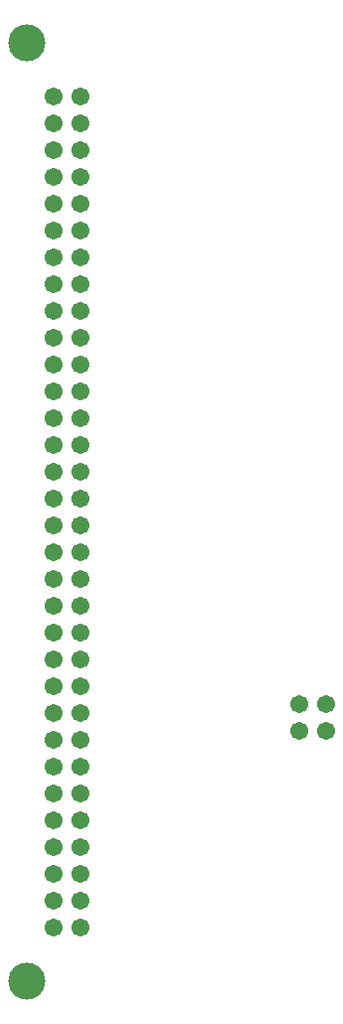
<source format=gbs>
G04 #@! TF.FileFunction,Soldermask,Bot*
%FSLAX46Y46*%
G04 Gerber Fmt 4.6, Leading zero omitted, Abs format (unit mm)*
G04 Created by KiCad (PCBNEW 4.0.7-e2-6376~58~ubuntu16.04.1) date Sun Sep 16 22:19:27 2018*
%MOMM*%
%LPD*%
G01*
G04 APERTURE LIST*
%ADD10C,0.100000*%
%ADD11C,1.711200*%
%ADD12C,3.501200*%
G04 APERTURE END LIST*
D10*
D11*
X140885000Y-141605000D03*
X140885000Y-139065000D03*
X140885000Y-136525000D03*
X140885000Y-133985000D03*
X140885000Y-131445000D03*
X140885000Y-128905000D03*
X140885000Y-126365000D03*
X140885000Y-123825000D03*
X140885000Y-121285000D03*
X140885000Y-118745000D03*
X140885000Y-116205000D03*
X140885000Y-113665000D03*
X140885000Y-111125000D03*
X140885000Y-108585000D03*
X140885000Y-106045000D03*
X140885000Y-103505000D03*
X140885000Y-100965000D03*
X140885000Y-98425000D03*
X140885000Y-95885000D03*
X140885000Y-93345000D03*
X140885000Y-90805000D03*
X140885000Y-88265000D03*
X140885000Y-85725000D03*
X140885000Y-83185000D03*
X140885000Y-80645000D03*
X140885000Y-78105000D03*
X140885000Y-75565000D03*
X140885000Y-73025000D03*
X140885000Y-70485000D03*
X140885000Y-67945000D03*
X140885000Y-65405000D03*
X140885000Y-62865000D03*
X143425000Y-62865000D03*
X143425000Y-65405000D03*
X143425000Y-67945000D03*
X143425000Y-70485000D03*
X143425000Y-73025000D03*
X143425000Y-75565000D03*
X143425000Y-78105000D03*
X143425000Y-80645000D03*
X143425000Y-83185000D03*
X143425000Y-85725000D03*
X143425000Y-88265000D03*
X143425000Y-90805000D03*
X143425000Y-93345000D03*
X143425000Y-95885000D03*
X143425000Y-98425000D03*
X143425000Y-100965000D03*
X143425000Y-103505000D03*
X143425000Y-106045000D03*
X143425000Y-108585000D03*
X143425000Y-111125000D03*
X143425000Y-113665000D03*
X143425000Y-116205000D03*
X143425000Y-118745000D03*
X143425000Y-121285000D03*
X143425000Y-123825000D03*
X143425000Y-126365000D03*
X143425000Y-128905000D03*
X143425000Y-131445000D03*
X143425000Y-133985000D03*
X143425000Y-136525000D03*
X143425000Y-139065000D03*
X143425000Y-141605000D03*
D12*
X138345000Y-57785000D03*
X138345000Y-146685000D03*
D11*
X166695000Y-122995000D03*
X166695000Y-120455000D03*
X164155000Y-120455000D03*
X164155000Y-122995000D03*
M02*

</source>
